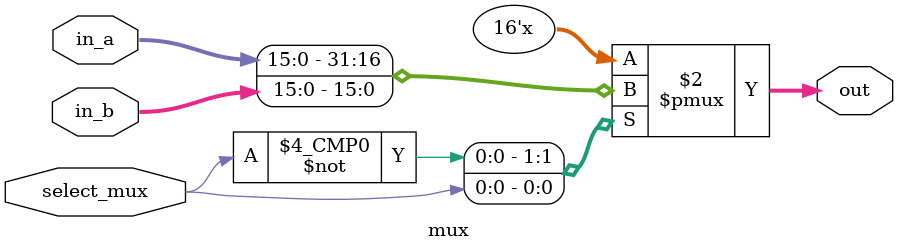
<source format=sv>
module mux (
    input  logic [15:0] in_a,
    input  logic [15:0] in_b,
    input  logic        select_mux,
    output logic [15:0] out
);
    always_comb begin
        case (select_mux)
            1'b0: out = in_a;
            1'b1: out = in_b;
            default: out = in_a; // Default case
        endcase
    end
endmodule
</source>
